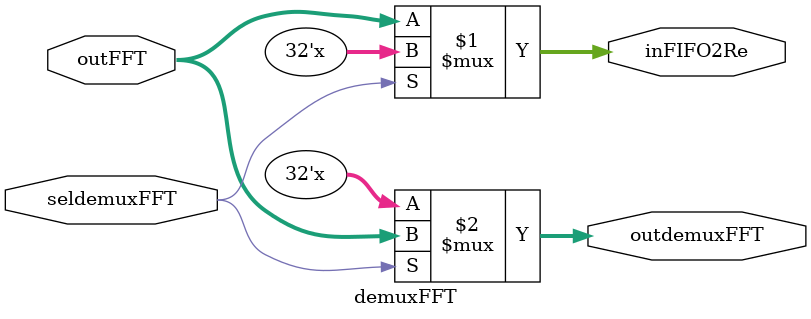
<source format=v>
module demuxFFT(
	outFFT,seldemuxFFT,inFIFO2Re,outdemuxFFT);
	
	input [31:0]outFFT;
	input seldemuxFFT;
	output [31:0]inFIFO2Re;
	output [31:0]outdemuxFFT;
	
	//wire [31:0]inFIFO2Im_32;
	
	assign inFIFO2Re = (seldemuxFFT)?32'bz:outFFT;
	assign outdemuxFFT = (seldemuxFFT)?outFFT:32'bz;
	
endmodule
</source>
